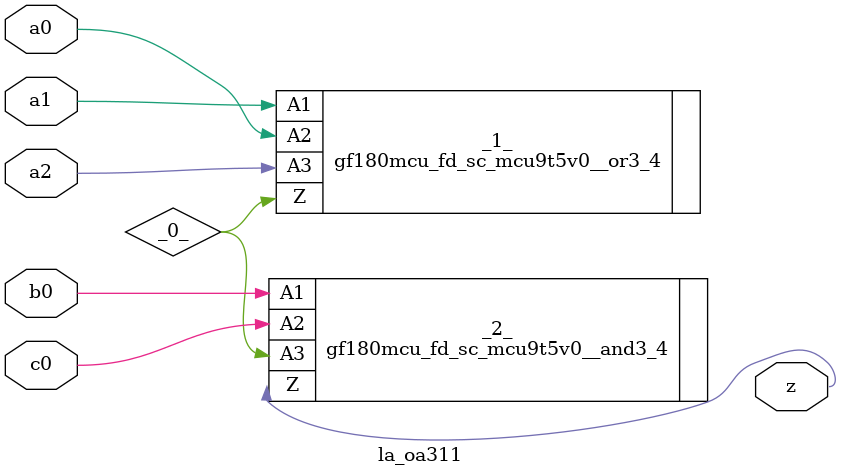
<source format=v>

/* Generated by Yosys 0.44 (git sha1 80ba43d26, g++ 11.4.0-1ubuntu1~22.04 -fPIC -O3) */

(* top =  1  *)
(* src = "inputs/la_oa311.v:10.1-23.10" *)
module la_oa311 (
    a0,
    a1,
    a2,
    b0,
    c0,
    z
);
  wire _0_;
  (* src = "inputs/la_oa311.v:13.12-13.14" *)
  input a0;
  wire a0;
  (* src = "inputs/la_oa311.v:14.12-14.14" *)
  input a1;
  wire a1;
  (* src = "inputs/la_oa311.v:15.12-15.14" *)
  input a2;
  wire a2;
  (* src = "inputs/la_oa311.v:16.12-16.14" *)
  input b0;
  wire b0;
  (* src = "inputs/la_oa311.v:17.12-17.14" *)
  input c0;
  wire c0;
  (* src = "inputs/la_oa311.v:18.12-18.13" *)
  output z;
  wire z;
  gf180mcu_fd_sc_mcu9t5v0__or3_4 _1_ (
      .A1(a1),
      .A2(a0),
      .A3(a2),
      .Z (_0_)
  );
  gf180mcu_fd_sc_mcu9t5v0__and3_4 _2_ (
      .A1(b0),
      .A2(c0),
      .A3(_0_),
      .Z (z)
  );
endmodule

</source>
